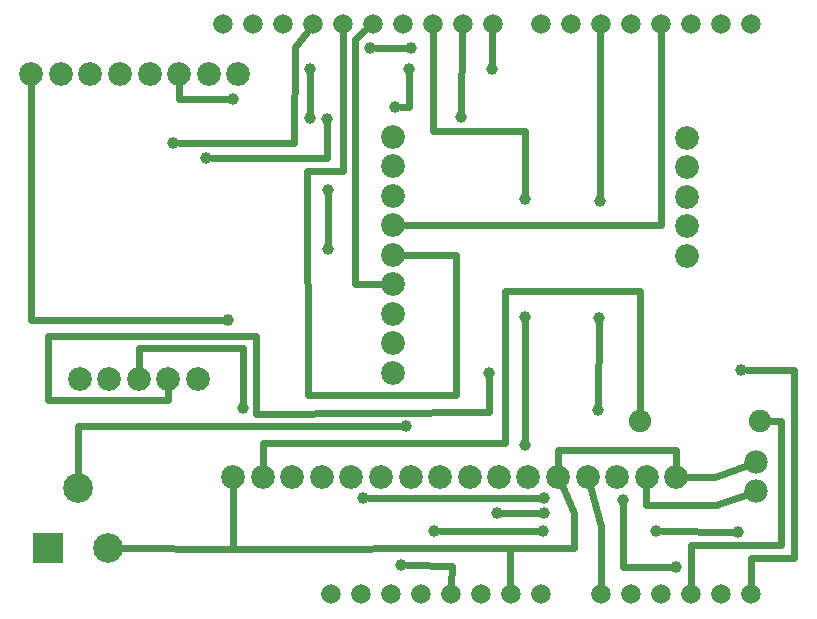
<source format=gtl>
G04 MADE WITH FRITZING*
G04 WWW.FRITZING.ORG*
G04 DOUBLE SIDED*
G04 HOLES PLATED*
G04 CONTOUR ON CENTER OF CONTOUR VECTOR*
%ASAXBY*%
%FSLAX23Y23*%
%MOIN*%
%OFA0B0*%
%SFA1.0B1.0*%
%ADD10C,0.039370*%
%ADD11C,0.099000*%
%ADD12C,0.075000*%
%ADD13C,0.079370*%
%ADD14C,0.065278*%
%ADD15C,0.078000*%
%ADD16R,0.099000X0.099000*%
%ADD17C,0.024000*%
%LNCOPPER1*%
G90*
G70*
G54D10*
X808Y724D03*
X1208Y423D03*
X1811Y423D03*
X2075Y418D03*
X2251Y194D03*
X1627Y841D03*
X2467Y849D03*
X1748Y1026D03*
X1748Y1419D03*
X1445Y313D03*
X1807Y313D03*
X2185Y313D03*
X2459Y309D03*
X1090Y1451D03*
X1090Y1254D03*
X775Y1754D03*
X1232Y1923D03*
X1366Y1923D03*
X685Y1557D03*
X1089Y1688D03*
X1315Y1726D03*
X1362Y1852D03*
X1637Y1852D03*
X1996Y1415D03*
X1994Y1025D03*
X1031Y1852D03*
X1031Y1691D03*
X1350Y663D03*
X1535Y1695D03*
X756Y1018D03*
X574Y1608D03*
X1334Y199D03*
X1653Y372D03*
X1810Y372D03*
X1992Y718D03*
X1748Y600D03*
G54D11*
X357Y258D03*
X157Y258D03*
X257Y458D03*
G54D12*
X2530Y679D03*
X2130Y679D03*
G54D13*
X263Y821D03*
X362Y821D03*
X460Y821D03*
X559Y821D03*
X657Y821D03*
X2252Y494D03*
X2153Y494D03*
X2055Y494D03*
X1956Y494D03*
X1858Y494D03*
X1759Y494D03*
X1661Y494D03*
X1563Y494D03*
X1464Y494D03*
X1366Y494D03*
X1267Y494D03*
X1169Y494D03*
X1071Y494D03*
X972Y494D03*
X874Y494D03*
X775Y494D03*
X2287Y1230D03*
X2287Y1329D03*
X2287Y1427D03*
X2287Y1526D03*
X2287Y1624D03*
X1307Y1628D03*
X1307Y1529D03*
X1307Y1431D03*
X1307Y1333D03*
X1307Y1234D03*
X1307Y1136D03*
X1307Y1037D03*
X1307Y939D03*
X1307Y840D03*
X791Y1837D03*
X693Y1837D03*
X594Y1837D03*
X496Y1837D03*
X397Y1837D03*
X299Y1837D03*
X200Y1837D03*
X102Y1837D03*
G54D14*
X2100Y102D03*
X2200Y102D03*
X2300Y102D03*
X2400Y102D03*
X2500Y102D03*
X1640Y2002D03*
X1540Y2002D03*
X1440Y2002D03*
X1340Y2002D03*
X1240Y2002D03*
X1140Y2002D03*
X1040Y2002D03*
X940Y2002D03*
X840Y2002D03*
X740Y2002D03*
X2500Y2002D03*
X2400Y2002D03*
X2300Y2002D03*
X2200Y2002D03*
X2100Y2002D03*
X2000Y2002D03*
X1900Y2002D03*
X1800Y2002D03*
X1200Y102D03*
X1100Y102D03*
X1300Y102D03*
X1400Y102D03*
X1500Y102D03*
X1600Y102D03*
X1700Y102D03*
X1800Y102D03*
X2000Y102D03*
G54D15*
X2519Y545D03*
X2519Y447D03*
G54D16*
X157Y258D03*
G54D17*
X1627Y711D02*
X1627Y822D01*
D02*
X808Y922D02*
X808Y743D01*
D02*
X852Y703D02*
X1627Y711D01*
D02*
X852Y965D02*
X852Y703D01*
D02*
X158Y965D02*
X852Y965D01*
D02*
X158Y750D02*
X158Y965D01*
D02*
X559Y750D02*
X158Y750D01*
D02*
X460Y922D02*
X808Y922D01*
D02*
X559Y790D02*
X559Y750D01*
D02*
X460Y852D02*
X460Y922D01*
D02*
X2501Y225D02*
X2500Y133D01*
D02*
X2643Y225D02*
X2501Y225D01*
D02*
X2486Y849D02*
X2643Y849D01*
D02*
X2075Y194D02*
X2232Y194D01*
D02*
X1227Y423D02*
X1792Y423D01*
D02*
X2075Y399D02*
X2075Y194D01*
D02*
X2643Y849D02*
X2643Y225D01*
D02*
X1748Y1646D02*
X1441Y1646D01*
D02*
X1441Y1646D02*
X1440Y1971D01*
D02*
X1748Y1438D02*
X1748Y1646D01*
D02*
X1090Y1432D02*
X1090Y1273D01*
D02*
X2204Y313D02*
X2440Y309D01*
D02*
X1464Y313D02*
X1788Y313D01*
D02*
X1362Y1726D02*
X1362Y1833D01*
D02*
X1089Y1557D02*
X1089Y1669D01*
D02*
X1638Y1871D02*
X1639Y1971D01*
D02*
X1334Y1726D02*
X1362Y1726D01*
D02*
X704Y1557D02*
X1089Y1557D01*
D02*
X1698Y258D02*
X773Y254D01*
D02*
X1996Y1434D02*
X1999Y1971D01*
D02*
X1031Y1710D02*
X1031Y1833D01*
D02*
X1992Y737D02*
X1994Y1006D01*
D02*
X389Y258D02*
X773Y254D01*
D02*
X2383Y400D02*
X2150Y400D01*
D02*
X2150Y400D02*
X2152Y463D01*
D02*
X2491Y437D02*
X2383Y400D01*
D02*
X775Y463D02*
X773Y254D01*
D02*
X2001Y329D02*
X2000Y133D01*
D02*
X1964Y464D02*
X2001Y329D01*
D02*
X1215Y1982D02*
X1180Y1954D01*
D02*
X1022Y1514D02*
X1024Y767D01*
D02*
X1141Y1514D02*
X1022Y1514D01*
D02*
X1140Y1971D02*
X1141Y1514D01*
D02*
X1180Y1136D02*
X1276Y1136D01*
D02*
X1180Y1954D02*
X1180Y1513D01*
D02*
X1180Y1513D02*
X1180Y1136D01*
D02*
X1518Y1234D02*
X1338Y1234D01*
D02*
X1518Y767D02*
X1518Y1234D01*
D02*
X1024Y767D02*
X1518Y767D01*
D02*
X594Y1806D02*
X594Y1754D01*
D02*
X257Y663D02*
X1331Y663D01*
D02*
X257Y489D02*
X257Y663D01*
D02*
X1251Y1923D02*
X1347Y1923D01*
D02*
X594Y1754D02*
X756Y1754D01*
D02*
X1539Y1971D02*
X1535Y1714D01*
D02*
X2201Y1829D02*
X2201Y1333D01*
D02*
X2200Y1971D02*
X2201Y1829D01*
D02*
X737Y1018D02*
X102Y1018D01*
D02*
X2201Y1333D02*
X1338Y1333D01*
D02*
X102Y1018D02*
X102Y1806D01*
D02*
X1698Y258D02*
X1699Y133D01*
D02*
X593Y1608D02*
X977Y1608D01*
D02*
X1911Y258D02*
X1698Y258D01*
D02*
X1911Y375D02*
X1911Y258D01*
D02*
X1870Y466D02*
X1911Y375D01*
D02*
X977Y1608D02*
X981Y1926D01*
D02*
X981Y1926D02*
X1020Y1977D01*
D02*
X1791Y372D02*
X1672Y372D01*
D02*
X1353Y199D02*
X1503Y198D01*
D02*
X1503Y198D02*
X1501Y133D01*
D02*
X2130Y1112D02*
X2130Y708D01*
D02*
X1681Y1112D02*
X2130Y1112D01*
D02*
X874Y608D02*
X1681Y608D01*
D02*
X874Y525D02*
X874Y608D01*
D02*
X1681Y608D02*
X1681Y1112D01*
D02*
X2491Y535D02*
X2382Y494D01*
D02*
X2382Y494D02*
X2282Y494D01*
D02*
X1858Y584D02*
X1858Y525D01*
D02*
X2252Y525D02*
X2252Y584D01*
D02*
X2252Y584D02*
X1858Y584D01*
D02*
X2600Y679D02*
X2558Y679D01*
D02*
X2301Y268D02*
X2600Y268D01*
D02*
X2300Y133D02*
X2301Y268D01*
D02*
X2600Y268D02*
X2600Y679D01*
D02*
X1748Y619D02*
X1748Y1007D01*
G04 End of Copper1*
M02*
</source>
